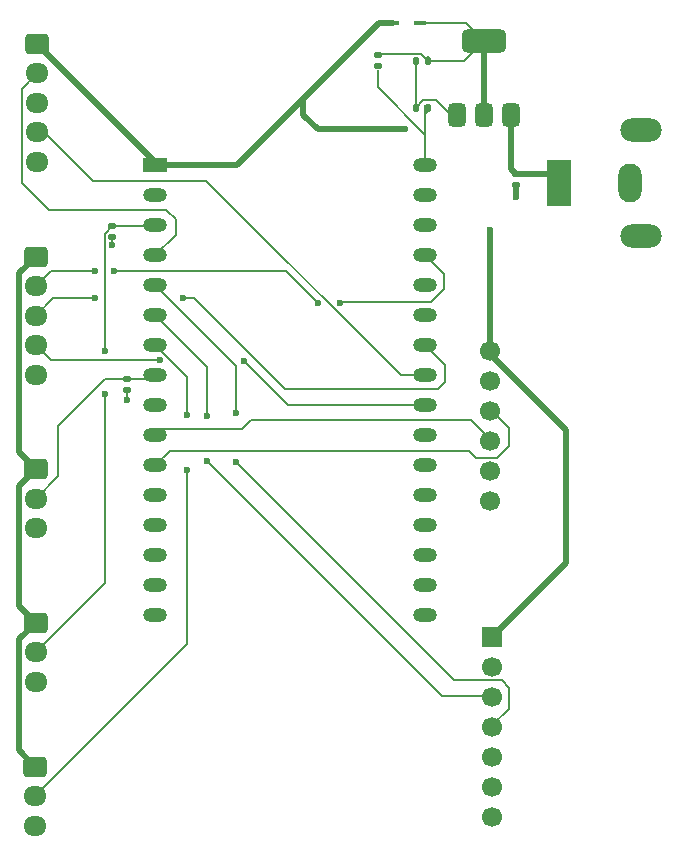
<source format=gtl>
%TF.GenerationSoftware,KiCad,Pcbnew,9.0.7*%
%TF.CreationDate,2026-02-19T22:53:12-05:00*%
%TF.ProjectId,ESP32-Adapter,45535033-322d-4416-9461-707465722e6b,rev?*%
%TF.SameCoordinates,Original*%
%TF.FileFunction,Copper,L1,Top*%
%TF.FilePolarity,Positive*%
%FSLAX46Y46*%
G04 Gerber Fmt 4.6, Leading zero omitted, Abs format (unit mm)*
G04 Created by KiCad (PCBNEW 9.0.7) date 2026-02-19 22:53:12*
%MOMM*%
%LPD*%
G01*
G04 APERTURE LIST*
G04 Aperture macros list*
%AMRoundRect*
0 Rectangle with rounded corners*
0 $1 Rounding radius*
0 $2 $3 $4 $5 $6 $7 $8 $9 X,Y pos of 4 corners*
0 Add a 4 corners polygon primitive as box body*
4,1,4,$2,$3,$4,$5,$6,$7,$8,$9,$2,$3,0*
0 Add four circle primitives for the rounded corners*
1,1,$1+$1,$2,$3*
1,1,$1+$1,$4,$5*
1,1,$1+$1,$6,$7*
1,1,$1+$1,$8,$9*
0 Add four rect primitives between the rounded corners*
20,1,$1+$1,$2,$3,$4,$5,0*
20,1,$1+$1,$4,$5,$6,$7,0*
20,1,$1+$1,$6,$7,$8,$9,0*
20,1,$1+$1,$8,$9,$2,$3,0*%
G04 Aperture macros list end*
%TA.AperFunction,ComponentPad*%
%ADD10C,1.700000*%
%TD*%
%TA.AperFunction,ComponentPad*%
%ADD11RoundRect,0.250000X-0.725000X0.600000X-0.725000X-0.600000X0.725000X-0.600000X0.725000X0.600000X0*%
%TD*%
%TA.AperFunction,ComponentPad*%
%ADD12O,1.950000X1.700000*%
%TD*%
%TA.AperFunction,SMDPad,CuDef*%
%ADD13RoundRect,0.140000X-0.170000X0.140000X-0.170000X-0.140000X0.170000X-0.140000X0.170000X0.140000X0*%
%TD*%
%TA.AperFunction,SMDPad,CuDef*%
%ADD14RoundRect,0.375000X0.375000X-0.625000X0.375000X0.625000X-0.375000X0.625000X-0.375000X-0.625000X0*%
%TD*%
%TA.AperFunction,SMDPad,CuDef*%
%ADD15RoundRect,0.500000X1.400000X-0.500000X1.400000X0.500000X-1.400000X0.500000X-1.400000X-0.500000X0*%
%TD*%
%TA.AperFunction,ComponentPad*%
%ADD16R,1.700000X1.700000*%
%TD*%
%TA.AperFunction,ComponentPad*%
%ADD17R,2.000000X1.200000*%
%TD*%
%TA.AperFunction,ComponentPad*%
%ADD18O,2.000000X1.200000*%
%TD*%
%TA.AperFunction,ComponentPad*%
%ADD19R,2.000000X4.000000*%
%TD*%
%TA.AperFunction,ComponentPad*%
%ADD20O,2.000000X3.300000*%
%TD*%
%TA.AperFunction,ComponentPad*%
%ADD21O,3.500000X2.000000*%
%TD*%
%TA.AperFunction,SMDPad,CuDef*%
%ADD22RoundRect,0.135000X0.135000X0.185000X-0.135000X0.185000X-0.135000X-0.185000X0.135000X-0.185000X0*%
%TD*%
%TA.AperFunction,SMDPad,CuDef*%
%ADD23RoundRect,0.135000X-0.135000X-0.185000X0.135000X-0.185000X0.135000X0.185000X-0.135000X0.185000X0*%
%TD*%
%TA.AperFunction,SMDPad,CuDef*%
%ADD24R,1.111200X0.450800*%
%TD*%
%TA.AperFunction,ViaPad*%
%ADD25C,0.600000*%
%TD*%
%TA.AperFunction,Conductor*%
%ADD26C,0.203200*%
%TD*%
%TA.AperFunction,Conductor*%
%ADD27C,0.200000*%
%TD*%
%TA.AperFunction,Conductor*%
%ADD28C,0.500000*%
%TD*%
G04 APERTURE END LIST*
D10*
%TO.P,U4,1,VCC*%
%TO.N,+3.3V*%
X123610900Y-68600000D03*
%TO.P,U4,2,GND*%
%TO.N,GND*%
X123610900Y-71140000D03*
%TO.P,U4,3,SCL*%
%TO.N,/I2C SCL*%
X123610900Y-73680000D03*
%TO.P,U4,4,SDA*%
%TO.N,/I2C SDA*%
X123610900Y-76220000D03*
%TO.P,U4,5,VIN-*%
%TO.N,unconnected-(U4-VIN--Pad5)*%
X123610900Y-78760000D03*
%TO.P,U4,6,VIN+*%
%TO.N,unconnected-(U4-VIN+-Pad6)*%
X123610900Y-81300000D03*
%TD*%
D11*
%TO.P,Analog 1,1,Pin_1*%
%TO.N,+3.3V*%
X85130900Y-78570000D03*
D12*
%TO.P,Analog 1,2,Pin_2*%
%TO.N,/SIG1*%
X85130900Y-81070000D03*
%TO.P,Analog 1,3,Pin_3*%
%TO.N,GND*%
X85130900Y-83570000D03*
%TD*%
D13*
%TO.P,C3,1*%
%TO.N,/SIG1*%
X92850900Y-70900000D03*
%TO.P,C3,2*%
%TO.N,GND*%
X92850900Y-71860000D03*
%TD*%
D14*
%TO.P,U2,1,ADJ*%
%TO.N,Net-(U2-ADJ)*%
X120770900Y-48600000D03*
%TO.P,U2,2,VO*%
%TO.N,Net-(D1-A)*%
X123070900Y-48600000D03*
D15*
X123070900Y-42300000D03*
D14*
%TO.P,U2,3,VI*%
%TO.N,Net-(U2-VI)*%
X125370900Y-48600000D03*
%TD*%
D11*
%TO.P,WS2812 LED,1,Pin_1*%
%TO.N,+3.3V*%
X85070900Y-103750000D03*
D12*
%TO.P,WS2812 LED,2,Pin_2*%
%TO.N,/WS2812*%
X85070900Y-106250000D03*
%TO.P,WS2812 LED,3,Pin_3*%
%TO.N,GND*%
X85070900Y-108750000D03*
%TD*%
D16*
%TO.P,U3,1,Vcc*%
%TO.N,+3.3V*%
X123760900Y-92750000D03*
D10*
%TO.P,U3,2,GND*%
%TO.N,GND*%
X123760900Y-95290000D03*
%TO.P,U3,3,RX*%
%TO.N,/CAN RX*%
X123760900Y-97830000D03*
%TO.P,U3,4,TX*%
%TO.N,/CAN TX*%
X123760900Y-100370000D03*
%TO.P,U3,5,SLNT*%
%TO.N,unconnected-(U3-SLNT-Pad5)*%
X123760900Y-102910000D03*
%TO.P,U3,6,CANH*%
%TO.N,unconnected-(U3-CANH-Pad6)*%
X123760900Y-105450000D03*
%TO.P,U3,7,CANL*%
%TO.N,unconnected-(U3-CANL-Pad7)*%
X123760900Y-107990000D03*
%TD*%
D13*
%TO.P,C2,1*%
%TO.N,Net-(D1-A)*%
X114070900Y-43520000D03*
%TO.P,C2,2*%
%TO.N,GND*%
X114070900Y-44480000D03*
%TD*%
%TO.P,C1,1*%
%TO.N,Net-(U2-VI)*%
X125760900Y-53550000D03*
%TO.P,C1,2*%
%TO.N,GND*%
X125760900Y-54510000D03*
%TD*%
D11*
%TO.P,Encoder 1,1,Pin_1*%
%TO.N,+3.3V*%
X85130900Y-60570000D03*
D12*
%TO.P,Encoder 1,2,Pin_2*%
%TO.N,/B1*%
X85130900Y-63070000D03*
%TO.P,Encoder 1,3,Pin_3*%
%TO.N,/A1*%
X85130900Y-65570000D03*
%TO.P,Encoder 1,4,Pin_4*%
%TO.N,/IDX1*%
X85130900Y-68070000D03*
%TO.P,Encoder 1,5,Pin_5*%
%TO.N,GND*%
X85130900Y-70570000D03*
%TD*%
D17*
%TO.P,U1,1,3V3*%
%TO.N,+3.3V*%
X95237700Y-52850320D03*
D18*
%TO.P,U1,2,EN/RESET*%
%TO.N,unconnected-(U1-EN{slash}RESET-Pad2)*%
X95237700Y-55390320D03*
%TO.P,U1,3,GPIO2/MTMS*%
%TO.N,/SIG2*%
X95237700Y-57930320D03*
%TO.P,U1,4,GPIO3/MTDI*%
%TO.N,/B2*%
X95237700Y-60470320D03*
%TO.P,U1,5,GPIO4/MTCK*%
%TO.N,/CAN TX*%
X95237700Y-63010320D03*
%TO.P,U1,6,GPIO5/MTDO*%
%TO.N,/CAN RX*%
X95237700Y-65550320D03*
%TO.P,U1,7,GPIO0*%
%TO.N,/WS2812*%
X95237700Y-68090320D03*
%TO.P,U1,8,GPIO1*%
%TO.N,/SIG1*%
X95237700Y-70630320D03*
%TO.P,U1,9,GPIO27*%
%TO.N,unconnected-(U1-GPIO27-Pad9)*%
X95237700Y-73170320D03*
%TO.P,U1,10,GPIO6*%
%TO.N,/I2C SDA*%
X95237700Y-75710320D03*
%TO.P,U1,11,GPIO7*%
%TO.N,/I2C SCL*%
X95237700Y-78250320D03*
%TO.P,U1,12,GPIO26*%
%TO.N,unconnected-(U1-GPIO26-Pad12)*%
X95237700Y-80790320D03*
%TO.P,U1,13,GPIO25*%
%TO.N,unconnected-(U1-GPIO25-Pad13)*%
X95237700Y-83330320D03*
%TO.P,U1,14,5V*%
%TO.N,unconnected-(U1-5V-Pad14)*%
X95237700Y-85870320D03*
%TO.P,U1,15,GND*%
%TO.N,GND*%
X95237700Y-88410320D03*
%TO.P,U1,16,NC*%
%TO.N,unconnected-(U1-NC-Pad16)*%
X95237700Y-90950320D03*
%TO.P,U1,17,NC*%
%TO.N,unconnected-(U1-NC-Pad17)*%
X118097700Y-90950320D03*
%TO.P,U1,18,GND*%
%TO.N,GND*%
X118097700Y-88410320D03*
%TO.P,U1,19,GPIO13/USB_D-*%
%TO.N,unconnected-(U1-GPIO13{slash}USB_D--Pad19)*%
X118097700Y-85870320D03*
%TO.P,U1,20,GPIO14/USB_D+*%
%TO.N,unconnected-(U1-GPIO14{slash}USB_D+-Pad20)*%
X118097700Y-83330320D03*
%TO.P,U1,21,GND*%
%TO.N,GND*%
X118097700Y-80790320D03*
%TO.P,U1,22,GPIO28*%
%TO.N,unconnected-(U1-GPIO28-Pad22)*%
X118097700Y-78250320D03*
%TO.P,U1,23,NC*%
%TO.N,unconnected-(U1-NC-Pad23)*%
X118097700Y-75710320D03*
%TO.P,U1,24,GPIO8*%
%TO.N,/IDX1*%
X118097700Y-73170320D03*
%TO.P,U1,25,GPIO9*%
%TO.N,/IDX2*%
X118097700Y-70630320D03*
%TO.P,U1,26,GPIO10*%
%TO.N,/A1*%
X118097700Y-68090320D03*
%TO.P,U1,27,GPIO15*%
%TO.N,unconnected-(U1-GPIO15-Pad27)*%
X118097700Y-65550320D03*
%TO.P,U1,28,GPIO23*%
%TO.N,/A2*%
X118097700Y-63010320D03*
%TO.P,U1,29,GPIO24*%
%TO.N,/B1*%
X118097700Y-60470320D03*
%TO.P,U1,30,GPIO12/U0RXD*%
%TO.N,unconnected-(U1-GPIO12{slash}U0RXD-Pad30)*%
X118097700Y-57930320D03*
%TO.P,U1,31,GPIO11/U0TXD*%
%TO.N,unconnected-(U1-GPIO11{slash}U0TXD-Pad31)*%
X118097700Y-55390320D03*
%TO.P,U1,32,GND*%
%TO.N,GND*%
X118097700Y-52850320D03*
%TD*%
D11*
%TO.P,Encoder 2,1,Pin_1*%
%TO.N,+3.3V*%
X85230900Y-42570000D03*
D12*
%TO.P,Encoder 2,2,Pin_2*%
%TO.N,/B2*%
X85230900Y-45070000D03*
%TO.P,Encoder 2,3,Pin_3*%
%TO.N,/A2*%
X85230900Y-47570000D03*
%TO.P,Encoder 2,4,Pin_4*%
%TO.N,/IDX2*%
X85230900Y-50070000D03*
%TO.P,Encoder 2,5,Pin_5*%
%TO.N,GND*%
X85230900Y-52570000D03*
%TD*%
D11*
%TO.P,Analog 2,1,Pin_1*%
%TO.N,+3.3V*%
X85130900Y-91570000D03*
D12*
%TO.P,Analog 2,2,Pin_2*%
%TO.N,/SIG2*%
X85130900Y-94070000D03*
%TO.P,Analog 2,3,Pin_3*%
%TO.N,GND*%
X85130900Y-96570000D03*
%TD*%
D19*
%TO.P,J10,1*%
%TO.N,Net-(U2-VI)*%
X129390900Y-54330000D03*
D20*
%TO.P,J10,2*%
%TO.N,GND*%
X135390900Y-54330000D03*
D21*
%TO.P,J10,MP*%
%TO.N,N/C*%
X136390900Y-58830000D03*
X136390900Y-49830000D03*
%TD*%
D13*
%TO.P,C4,1*%
%TO.N,/SIG2*%
X91570900Y-58000000D03*
%TO.P,C4,2*%
%TO.N,GND*%
X91570900Y-58960000D03*
%TD*%
D22*
%TO.P,R1,1*%
%TO.N,GND*%
X118320900Y-48020000D03*
%TO.P,R1,2*%
%TO.N,Net-(U2-ADJ)*%
X117300900Y-48020000D03*
%TD*%
D23*
%TO.P,R2,1*%
%TO.N,Net-(U2-ADJ)*%
X117300900Y-44010000D03*
%TO.P,R2,2*%
%TO.N,Net-(D1-A)*%
X118320900Y-44010000D03*
%TD*%
D24*
%TO.P,D1,1,K*%
%TO.N,+3.3V*%
X115380900Y-40780000D03*
%TO.P,D1,2,A*%
%TO.N,Net-(D1-A)*%
X117680900Y-40780000D03*
%TD*%
D25*
%TO.N,GND*%
X91570900Y-59600000D03*
X125750900Y-55510000D03*
X92850900Y-72740000D03*
%TO.N,/SIG2*%
X90940900Y-68580000D03*
X90940900Y-72240000D03*
%TO.N,+3.3V*%
X116370900Y-49800000D03*
X123610900Y-58328591D03*
%TO.N,/IDX1*%
X95663744Y-69367156D03*
X102730900Y-69430000D03*
%TO.N,/A1*%
X97540900Y-64090000D03*
X90170900Y-64090000D03*
%TO.N,/B1*%
X91770900Y-61800000D03*
X109034691Y-64516209D03*
X110910900Y-64520000D03*
X90170900Y-61800000D03*
%TO.N,/CAN TX*%
X102030900Y-77950000D03*
X102030900Y-73820000D03*
%TO.N,/CAN RX*%
X99640900Y-74048400D03*
X99640900Y-77871600D03*
%TO.N,/WS2812*%
X97940900Y-73990000D03*
X97940900Y-78620000D03*
%TD*%
D26*
%TO.N,GND*%
X92850900Y-71860000D02*
X92850900Y-72740000D01*
D27*
X118097700Y-47750000D02*
X118097700Y-52850320D01*
D28*
X125760900Y-55500000D02*
X125750900Y-55510000D01*
D27*
X114070900Y-46243200D02*
X114070900Y-44770000D01*
D26*
X91570900Y-58960000D02*
X91570900Y-59600000D01*
D27*
X118097700Y-48493200D02*
X118097700Y-50270000D01*
D28*
X125760900Y-54510000D02*
X125760900Y-55500000D01*
D27*
X118320900Y-48270000D02*
X118097700Y-48493200D01*
X118320900Y-48020000D02*
X118320900Y-48270000D01*
X118097700Y-50270000D02*
X114070900Y-46243200D01*
D28*
%TO.N,Net-(U2-VI)*%
X125370900Y-53160000D02*
X125760900Y-53550000D01*
X125370900Y-49120000D02*
X125370900Y-53160000D01*
X125760900Y-53550000D02*
X128610900Y-53550000D01*
X128610900Y-53550000D02*
X129390900Y-54330000D01*
D26*
%TO.N,Net-(D1-A)*%
X118320900Y-44010000D02*
X121360900Y-44010000D01*
D27*
X121550900Y-40780000D02*
X123070900Y-42300000D01*
D28*
X118320900Y-44010000D02*
X118320900Y-43877528D01*
D26*
X118320900Y-44010000D02*
X117698300Y-43387400D01*
X121360900Y-44010000D02*
X123070900Y-42300000D01*
X114203500Y-43387400D02*
X114070900Y-43520000D01*
X117698300Y-43387400D02*
X114203500Y-43387400D01*
D28*
X123070900Y-42820000D02*
X123070900Y-49120000D01*
D27*
X117680900Y-40780000D02*
X121550900Y-40780000D01*
D26*
%TO.N,/SIG1*%
X92850900Y-70900000D02*
X94968020Y-70900000D01*
X92850900Y-70900000D02*
X90990900Y-70900000D01*
X94968020Y-70900000D02*
X95237700Y-70630320D01*
X87010900Y-79190000D02*
X85130900Y-81070000D01*
D27*
X95118020Y-70750000D02*
X95237700Y-70630320D01*
D26*
X87010900Y-74880000D02*
X87010900Y-79190000D01*
X90990900Y-70900000D02*
X87010900Y-74880000D01*
D27*
%TO.N,/SIG2*%
X90940900Y-58630000D02*
X91570900Y-58000000D01*
X90940900Y-72240000D02*
X90959900Y-72259000D01*
X90940900Y-68580000D02*
X90940900Y-58630000D01*
X91570900Y-58000000D02*
X95168020Y-58000000D01*
X90959900Y-88241000D02*
X85130900Y-94070000D01*
X90959900Y-72259000D02*
X90959900Y-88241000D01*
X95168020Y-58000000D02*
X95237700Y-57930320D01*
D28*
%TO.N,+3.3V*%
X83704900Y-102384000D02*
X85070900Y-103750000D01*
X123610900Y-68840000D02*
X130000900Y-75230000D01*
X83704900Y-79996000D02*
X83704900Y-90144000D01*
X108970900Y-49800000D02*
X107770900Y-48600000D01*
X83704900Y-61996000D02*
X85130900Y-60570000D01*
X102130900Y-52840000D02*
X95248020Y-52840000D01*
X130000900Y-86500000D02*
X123730900Y-92770000D01*
X116370900Y-49800000D02*
X108970900Y-49800000D01*
X83704900Y-77144000D02*
X83704900Y-61996000D01*
X85230900Y-42570000D02*
X95237700Y-52576800D01*
X123610900Y-58328591D02*
X123610900Y-68840000D01*
X114190900Y-40780000D02*
X107770900Y-47200000D01*
X107770900Y-47200000D02*
X106770900Y-48200000D01*
X130000900Y-75230000D02*
X130000900Y-86500000D01*
X107770900Y-48600000D02*
X107770900Y-47200000D01*
X115380900Y-40780000D02*
X114190900Y-40780000D01*
X83704900Y-92996000D02*
X83704900Y-102384000D01*
X85130900Y-91570000D02*
X83704900Y-92996000D01*
X85130900Y-78570000D02*
X83704900Y-77144000D01*
X95248020Y-52840000D02*
X95237700Y-52850320D01*
X95237700Y-52576800D02*
X95237700Y-52850320D01*
X83704900Y-90144000D02*
X85130900Y-91570000D01*
X106770900Y-48200000D02*
X102130900Y-52840000D01*
X85130900Y-78570000D02*
X83704900Y-79996000D01*
D26*
%TO.N,/B2*%
X96170900Y-56600000D02*
X96970900Y-57400000D01*
X85230900Y-45070000D02*
X83953300Y-46347600D01*
X83953300Y-54312400D02*
X86240900Y-56600000D01*
X96970900Y-58737120D02*
X95237700Y-60470320D01*
X96970900Y-57400000D02*
X96970900Y-58737120D01*
X83953300Y-46347600D02*
X83953300Y-54312400D01*
X86240900Y-56600000D02*
X96170900Y-56600000D01*
D27*
%TO.N,/IDX2*%
X117451220Y-70630320D02*
X118097700Y-70630320D01*
D26*
X99569274Y-54200000D02*
X115999594Y-70630320D01*
X85230900Y-50070000D02*
X85840900Y-50070000D01*
X85840900Y-50070000D02*
X89970900Y-54200000D01*
X115999594Y-70630320D02*
X118097700Y-70630320D01*
X89970900Y-54200000D02*
X99569274Y-54200000D01*
%TO.N,/IDX1*%
X102730900Y-69430000D02*
X106471220Y-73170320D01*
X106471220Y-73170320D02*
X118097700Y-73170320D01*
X86400900Y-69340000D02*
X95690900Y-69340000D01*
X95690900Y-69340000D02*
X95663744Y-69367156D01*
X85130900Y-68070000D02*
X86400900Y-69340000D01*
%TO.N,/A1*%
X106180900Y-71800000D02*
X119170900Y-71800000D01*
X119770900Y-71200000D02*
X119770900Y-69763520D01*
X119770900Y-69763520D02*
X118097700Y-68090320D01*
X90170900Y-64090000D02*
X86610900Y-64090000D01*
X119170900Y-71800000D02*
X119770900Y-71200000D01*
X98470900Y-64090000D02*
X106180900Y-71800000D01*
X97540900Y-64090000D02*
X98470900Y-64090000D01*
X86610900Y-64090000D02*
X85130900Y-65570000D01*
%TO.N,/B1*%
X91770900Y-61800000D02*
X106330900Y-61800000D01*
X119660900Y-62033520D02*
X118097700Y-60470320D01*
X106330900Y-61800000D02*
X109040900Y-64510000D01*
X86400900Y-61800000D02*
X85130900Y-63070000D01*
X111030900Y-64400000D02*
X118580900Y-64400000D01*
X109040900Y-64510000D02*
X109034691Y-64516209D01*
X90170900Y-61875000D02*
X90095900Y-61800000D01*
X90095900Y-61800000D02*
X86400900Y-61800000D01*
X118580900Y-64400000D02*
X119660900Y-63320000D01*
X110910900Y-64520000D02*
X111030900Y-64400000D01*
X119660900Y-63320000D02*
X119660900Y-62033520D01*
%TO.N,/I2C SDA*%
X103370900Y-74400000D02*
X121970900Y-74400000D01*
X95748020Y-75200000D02*
X102570900Y-75200000D01*
X121970900Y-74400000D02*
X123610900Y-76040000D01*
X123610900Y-76040000D02*
X123610900Y-76220000D01*
X102570900Y-75200000D02*
X103370900Y-74400000D01*
X95237700Y-75710320D02*
X95748020Y-75200000D01*
%TO.N,/I2C SCL*%
X124170900Y-77600000D02*
X125170900Y-76600000D01*
X95237700Y-78250320D02*
X96488020Y-77000000D01*
X96488020Y-77000000D02*
X121770900Y-77000000D01*
X121770900Y-77000000D02*
X122370900Y-77600000D01*
X125170900Y-76600000D02*
X125170900Y-75060000D01*
X125170900Y-75060000D02*
X123610900Y-73500000D01*
X122370900Y-77600000D02*
X124170900Y-77600000D01*
%TO.N,Net-(U2-ADJ)*%
X117300900Y-47977438D02*
X117300900Y-48020000D01*
X118998300Y-47347400D02*
X117930938Y-47347400D01*
X117930938Y-47347400D02*
X117300900Y-47977438D01*
D27*
X117300900Y-44010000D02*
X117300900Y-48020000D01*
D26*
X120770900Y-49120000D02*
X118998300Y-47347400D01*
D27*
X117300900Y-47979700D02*
X117300900Y-48020000D01*
D26*
%TO.N,/CAN TX*%
X124550900Y-96460000D02*
X125160900Y-97070000D01*
X125160900Y-98840000D02*
X123730900Y-100270000D01*
X102030900Y-73820000D02*
X102030900Y-69803520D01*
X102030900Y-69803520D02*
X95237700Y-63010320D01*
X120540900Y-96460000D02*
X124550900Y-96460000D01*
X125160900Y-97070000D02*
X125160900Y-98840000D01*
X102030900Y-77950000D02*
X120540900Y-96460000D01*
%TO.N,/CAN RX*%
X99640900Y-69953520D02*
X95237700Y-65550320D01*
X99640900Y-74048400D02*
X99640900Y-69953520D01*
X119539300Y-97770000D02*
X123730900Y-97770000D01*
X99640900Y-77871600D02*
X119539300Y-97770000D01*
%TO.N,/WS2812*%
X97940900Y-70793520D02*
X97940900Y-73990000D01*
X95237700Y-68090320D02*
X97940900Y-70793520D01*
X85070900Y-106250000D02*
X97940900Y-93380000D01*
X97940900Y-78620000D02*
X97940900Y-93380000D01*
%TD*%
M02*

</source>
